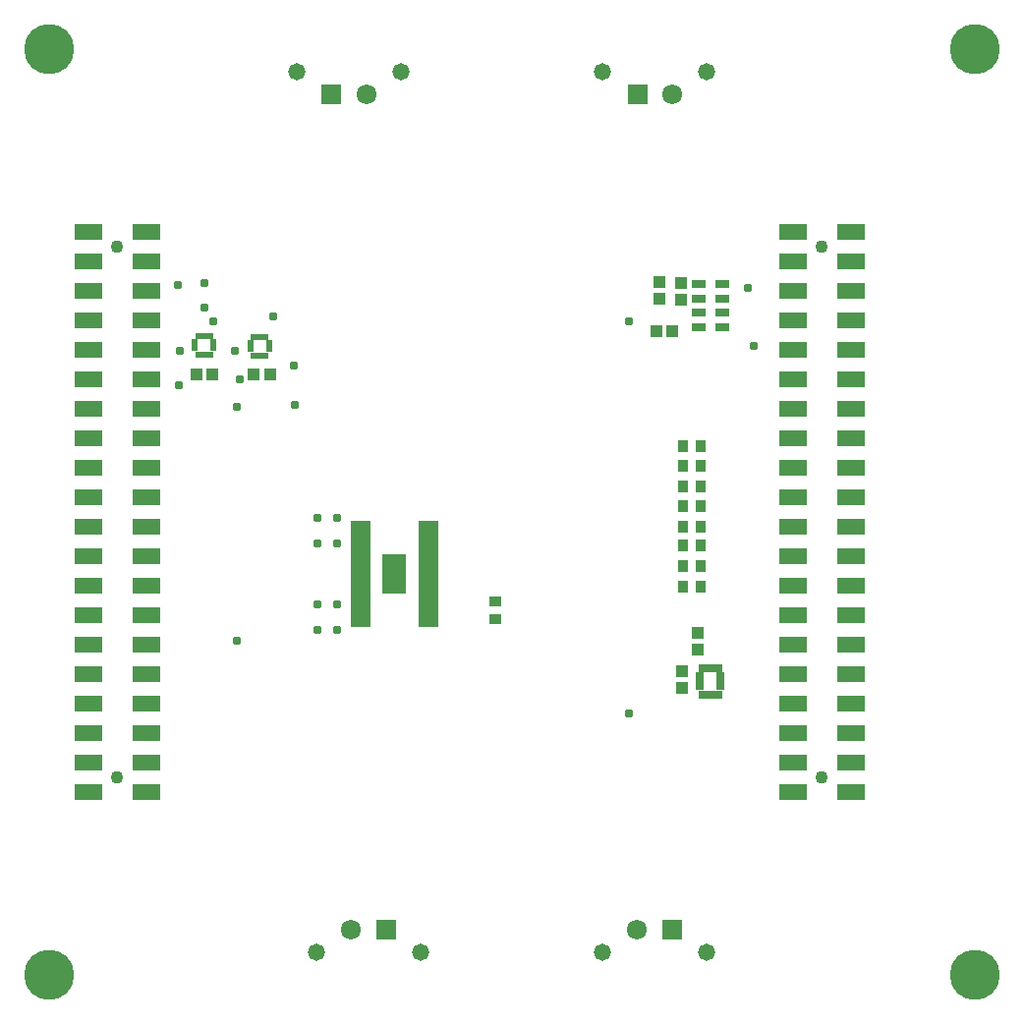
<source format=gbs>
G04*
G04 #@! TF.GenerationSoftware,Altium Limited,Altium Designer,24.9.1 (31)*
G04*
G04 Layer_Color=16711935*
%FSLAX25Y25*%
%MOIN*%
G70*
G04*
G04 #@! TF.SameCoordinates,EB6CF2F9-7D6B-44DB-B584-050751D5D309*
G04*
G04*
G04 #@! TF.FilePolarity,Negative*
G04*
G01*
G75*
%ADD15R,0.06784X0.06784*%
%ADD16C,0.06784*%
%ADD17C,0.05800*%
%ADD18C,0.17000*%
%ADD19C,0.04304*%
%ADD20C,0.03100*%
%ADD44R,0.08280X0.13398*%
%ADD45R,0.06607X0.02572*%
%ADD46R,0.02178X0.01981*%
%ADD47R,0.01981X0.02178*%
%ADD48R,0.04343X0.03950*%
%ADD49R,0.04343X0.03556*%
%ADD50R,0.03556X0.04343*%
%ADD51R,0.09816X0.05800*%
%ADD52R,0.03950X0.04343*%
%ADD53R,0.04540X0.02965*%
%ADD54R,0.03064X0.02178*%
%ADD55R,0.02178X0.03064*%
D15*
X115689Y318500D02*
D03*
X134200Y35200D02*
D03*
X219400Y318500D02*
D03*
X231200Y35200D02*
D03*
D16*
X127500Y318500D02*
D03*
X122389Y35200D02*
D03*
X231211Y318500D02*
D03*
X219389Y35200D02*
D03*
D17*
X103878Y326217D02*
D03*
X139311D02*
D03*
X146011Y27483D02*
D03*
X110578D02*
D03*
X207589Y326217D02*
D03*
X243022D02*
D03*
X207578Y27483D02*
D03*
X243011D02*
D03*
D18*
X20000Y334000D02*
D03*
Y20000D02*
D03*
X334000D02*
D03*
Y334000D02*
D03*
D19*
X43000Y86800D02*
D03*
Y266800D02*
D03*
X282000Y86800D02*
D03*
Y266800D02*
D03*
D20*
X117700Y136806D02*
D03*
Y145648D02*
D03*
Y166130D02*
D03*
Y174969D02*
D03*
X216400Y241500D02*
D03*
X111026Y166212D02*
D03*
Y145720D02*
D03*
X82802Y231550D02*
D03*
X103100Y213200D02*
D03*
X63958Y220020D02*
D03*
X75651Y241403D02*
D03*
X84455Y221940D02*
D03*
X258861Y233120D02*
D03*
X256900Y253036D02*
D03*
X111026Y136780D02*
D03*
Y174969D02*
D03*
X83400Y212500D02*
D03*
X95965Y243120D02*
D03*
X102885Y226637D02*
D03*
X72502Y246375D02*
D03*
X63611Y253731D02*
D03*
X64381Y231432D02*
D03*
X72502Y254450D02*
D03*
X83600Y133345D02*
D03*
X216400Y108500D02*
D03*
D44*
X137000Y155875D02*
D03*
D45*
X125433Y172509D02*
D03*
Y169950D02*
D03*
Y162272D02*
D03*
Y159713D02*
D03*
Y157154D02*
D03*
Y154595D02*
D03*
Y152036D02*
D03*
Y149477D02*
D03*
Y146918D02*
D03*
Y144359D02*
D03*
X148567Y139241D02*
D03*
Y141800D02*
D03*
Y144359D02*
D03*
Y146918D02*
D03*
Y149477D02*
D03*
Y152036D02*
D03*
Y154595D02*
D03*
Y157154D02*
D03*
Y159713D02*
D03*
Y162272D02*
D03*
Y164831D02*
D03*
Y167391D02*
D03*
Y169950D02*
D03*
Y172509D02*
D03*
X125433Y164831D02*
D03*
Y167391D02*
D03*
Y139241D02*
D03*
Y141800D02*
D03*
D46*
X75651Y232458D02*
D03*
X69352D02*
D03*
Y234427D02*
D03*
X75651D02*
D03*
X88091Y232218D02*
D03*
Y234187D02*
D03*
X94390D02*
D03*
Y232218D02*
D03*
D47*
X74470Y230293D02*
D03*
X72502D02*
D03*
X70533D02*
D03*
Y236592D02*
D03*
X72502D02*
D03*
X74470D02*
D03*
X89272Y236352D02*
D03*
X91241D02*
D03*
X93209D02*
D03*
Y230053D02*
D03*
X91241D02*
D03*
X89272D02*
D03*
D48*
X227000Y254756D02*
D03*
Y249244D02*
D03*
X234291Y254538D02*
D03*
Y249027D02*
D03*
X239756Y135756D02*
D03*
Y130244D02*
D03*
X234425Y117280D02*
D03*
Y122792D02*
D03*
D49*
X171189Y146412D02*
D03*
Y140506D02*
D03*
D50*
X240753Y178800D02*
D03*
X234847D02*
D03*
X234995Y199300D02*
D03*
X240900D02*
D03*
X234995Y192500D02*
D03*
X240900D02*
D03*
X234847Y185500D02*
D03*
X240753D02*
D03*
X240753Y171800D02*
D03*
X234847D02*
D03*
X240753Y158700D02*
D03*
X234847D02*
D03*
X240753Y151600D02*
D03*
X234847D02*
D03*
X240753Y165500D02*
D03*
X234847D02*
D03*
D51*
X52941Y81800D02*
D03*
X33059D02*
D03*
X52941Y271800D02*
D03*
X33059D02*
D03*
Y231800D02*
D03*
Y241800D02*
D03*
Y251800D02*
D03*
X52941Y91800D02*
D03*
Y101800D02*
D03*
Y111800D02*
D03*
Y121800D02*
D03*
Y131800D02*
D03*
Y141800D02*
D03*
Y151800D02*
D03*
Y161800D02*
D03*
Y171800D02*
D03*
Y181800D02*
D03*
Y191800D02*
D03*
Y201800D02*
D03*
Y211800D02*
D03*
Y221800D02*
D03*
Y231800D02*
D03*
Y241800D02*
D03*
Y251800D02*
D03*
Y261800D02*
D03*
X33059D02*
D03*
Y131800D02*
D03*
Y141800D02*
D03*
Y101800D02*
D03*
Y91800D02*
D03*
Y111800D02*
D03*
Y121800D02*
D03*
Y151800D02*
D03*
Y161800D02*
D03*
Y171800D02*
D03*
Y181800D02*
D03*
Y191800D02*
D03*
Y201800D02*
D03*
Y211800D02*
D03*
Y221800D02*
D03*
X291941Y261800D02*
D03*
Y251800D02*
D03*
Y241800D02*
D03*
Y231800D02*
D03*
Y221800D02*
D03*
Y211800D02*
D03*
Y201800D02*
D03*
Y191800D02*
D03*
Y181800D02*
D03*
Y171800D02*
D03*
Y151800D02*
D03*
Y141800D02*
D03*
Y131800D02*
D03*
Y121800D02*
D03*
Y111800D02*
D03*
Y101800D02*
D03*
Y91800D02*
D03*
Y161800D02*
D03*
X272059Y261800D02*
D03*
Y251800D02*
D03*
Y241800D02*
D03*
Y231800D02*
D03*
Y221800D02*
D03*
Y211800D02*
D03*
Y201800D02*
D03*
Y191800D02*
D03*
Y181800D02*
D03*
Y171800D02*
D03*
Y161800D02*
D03*
Y151800D02*
D03*
Y121800D02*
D03*
Y91800D02*
D03*
Y101800D02*
D03*
Y111800D02*
D03*
Y141800D02*
D03*
Y131800D02*
D03*
X291941Y81800D02*
D03*
X272059D02*
D03*
X291941Y271800D02*
D03*
X272059D02*
D03*
D52*
X75257Y223481D02*
D03*
X69746D02*
D03*
X89344Y223400D02*
D03*
X94856D02*
D03*
X231276Y238322D02*
D03*
X225764D02*
D03*
D53*
X248235Y254282D02*
D03*
Y249361D02*
D03*
Y239518D02*
D03*
Y244439D02*
D03*
X240165Y254282D02*
D03*
Y249361D02*
D03*
Y244439D02*
D03*
Y239518D02*
D03*
D54*
X247700Y117463D02*
D03*
Y119431D02*
D03*
Y121400D02*
D03*
X240511D02*
D03*
Y119431D02*
D03*
Y117463D02*
D03*
D55*
X247058Y124010D02*
D03*
X245090D02*
D03*
X243121D02*
D03*
X241153D02*
D03*
Y114853D02*
D03*
X243121D02*
D03*
X245090D02*
D03*
X247058D02*
D03*
M02*

</source>
